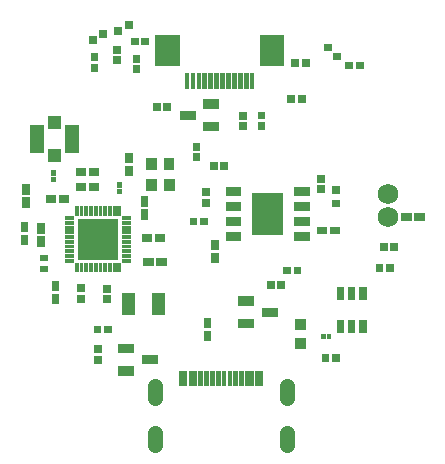
<source format=gbs>
G04 Layer: BottomSolderMaskLayer*
G04 EasyEDA v6.4.31, 2022-02-15 11:42:09*
G04 cf861d6554b0406c859822548a314204,c17a8ced473b4d519dda31697e0e54b6,10*
G04 Gerber Generator version 0.2*
G04 Scale: 100 percent, Rotated: No, Reflected: No *
G04 Dimensions in inches *
G04 leading zeros omitted , absolute positions ,3 integer and 6 decimal *
%FSLAX36Y36*%
%MOIN*%

%ADD82C,0.0512*%
%ADD102C,0.0680*%

%LPD*%
D82*
X788549Y-554225D02*
G01*
X788549Y-593595D01*
X788549Y-711705D02*
G01*
X788549Y-751075D01*
X346039Y-554225D02*
G01*
X346039Y-593595D01*
X346039Y-711705D02*
G01*
X346039Y-751075D01*
G36*
X238199Y-316799D02*
G01*
X238199Y-241999D01*
X281599Y-241999D01*
X281599Y-316799D01*
G37*
G36*
X336599Y-316799D02*
G01*
X336599Y-241999D01*
X380000Y-241999D01*
X380000Y-316799D01*
G37*
G36*
X223399Y-518800D02*
G01*
X223399Y-487199D01*
X276599Y-487199D01*
X276599Y-518800D01*
G37*
G36*
X223399Y-444000D02*
G01*
X223399Y-412399D01*
X276599Y-412399D01*
X276599Y-444000D01*
G37*
G36*
X302199Y-481399D02*
G01*
X302199Y-449800D01*
X355399Y-449800D01*
X355399Y-481399D01*
G37*
D102*
G01*
X1122299Y85000D03*
G01*
X1122299Y10000D03*
G36*
X126899Y587399D02*
G01*
X126899Y612600D01*
X153099Y612600D01*
X153099Y587399D01*
G37*
G36*
X161899Y607399D02*
G01*
X161899Y632600D01*
X188099Y632600D01*
X188099Y607399D01*
G37*
G36*
X246899Y637399D02*
G01*
X246899Y662600D01*
X273099Y662600D01*
X273099Y637399D01*
G37*
G36*
X211899Y617399D02*
G01*
X211899Y642600D01*
X238099Y642600D01*
X238099Y617399D01*
G37*
G36*
X301899Y582399D02*
G01*
X301899Y607600D01*
X328099Y607600D01*
X328099Y582399D01*
G37*
G36*
X266899Y582399D02*
G01*
X266899Y607600D01*
X293099Y607600D01*
X293099Y582399D01*
G37*
G36*
X1016899Y502399D02*
G01*
X1016899Y527600D01*
X1043099Y527600D01*
X1043099Y502399D01*
G37*
G36*
X981899Y502399D02*
G01*
X981899Y527600D01*
X1008099Y527600D01*
X1008099Y502399D01*
G37*
G36*
X941899Y532399D02*
G01*
X941899Y557600D01*
X968099Y557600D01*
X968099Y532399D01*
G37*
G36*
X911899Y562399D02*
G01*
X911899Y587600D01*
X938099Y587600D01*
X938099Y562399D01*
G37*
G36*
X936899Y87399D02*
G01*
X936899Y112600D01*
X963099Y112600D01*
X963099Y87399D01*
G37*
G36*
X936899Y42399D02*
G01*
X936899Y67600D01*
X963099Y67600D01*
X963099Y42399D01*
G37*
G36*
X318599Y167500D02*
G01*
X318599Y206799D01*
X353999Y206799D01*
X353999Y167500D01*
G37*
G36*
X376499Y167600D02*
G01*
X376499Y206900D01*
X411899Y206900D01*
X411899Y167600D01*
G37*
G36*
X377999Y95700D02*
G01*
X377999Y135000D01*
X413399Y135000D01*
X413399Y95700D01*
G37*
G36*
X317799Y95900D02*
G01*
X317799Y135300D01*
X353199Y135300D01*
X353199Y95900D01*
G37*
G36*
X1097099Y-102600D02*
G01*
X1097099Y-77399D01*
X1123399Y-77399D01*
X1123399Y-102600D01*
G37*
G36*
X1131199Y-102600D02*
G01*
X1131199Y-77399D01*
X1157500Y-77399D01*
X1157500Y-102600D01*
G37*
G36*
X887399Y123899D02*
G01*
X887399Y150199D01*
X912599Y150199D01*
X912599Y123899D01*
G37*
G36*
X887399Y89800D02*
G01*
X887399Y116100D01*
X912599Y116100D01*
X912599Y89800D01*
G37*
G36*
X299199Y300D02*
G01*
X299199Y35399D01*
X324399Y35399D01*
X324399Y300D01*
G37*
G36*
X299199Y43200D02*
G01*
X299199Y78299D01*
X324399Y78299D01*
X324399Y43200D01*
G37*
G36*
X508399Y370000D02*
G01*
X508399Y401599D01*
X561599Y401599D01*
X561599Y370000D01*
G37*
G36*
X508399Y295199D02*
G01*
X508399Y326799D01*
X561599Y326799D01*
X561599Y295199D01*
G37*
G36*
X429599Y332600D02*
G01*
X429599Y364200D01*
X482799Y364200D01*
X482799Y332600D01*
G37*
G36*
X471999Y230399D02*
G01*
X471999Y256700D01*
X497199Y256700D01*
X497199Y230399D01*
G37*
G36*
X471999Y196300D02*
G01*
X471999Y222600D01*
X497199Y222600D01*
X497199Y196300D01*
G37*
G36*
X529699Y167300D02*
G01*
X529699Y192500D01*
X555999Y192500D01*
X555999Y167300D01*
G37*
G36*
X563799Y167300D02*
G01*
X563799Y192500D01*
X590099Y192500D01*
X590099Y167300D01*
G37*
G36*
X87399Y-275199D02*
G01*
X87399Y-248899D01*
X112599Y-248899D01*
X112599Y-275199D01*
G37*
G36*
X87399Y-241100D02*
G01*
X87399Y-214800D01*
X112599Y-214800D01*
X112599Y-241100D01*
G37*
G36*
X175299Y-242500D02*
G01*
X175299Y-216199D01*
X200499Y-216199D01*
X200499Y-242500D01*
G37*
G36*
X175299Y-276599D02*
G01*
X175299Y-250300D01*
X200499Y-250300D01*
X200499Y-276599D01*
G37*
G36*
X822599Y391399D02*
G01*
X822599Y416599D01*
X848899Y416599D01*
X848899Y391399D01*
G37*
G36*
X788499Y391399D02*
G01*
X788499Y416599D01*
X814799Y416599D01*
X814799Y391399D01*
G37*
G36*
X899799Y-398400D02*
G01*
X899799Y-381599D01*
X915799Y-381599D01*
X915799Y-398400D01*
G37*
G36*
X918799Y-398400D02*
G01*
X918799Y-381599D01*
X934799Y-381599D01*
X934799Y-398400D01*
G37*
G36*
X446199Y437699D02*
G01*
X446199Y490900D01*
X461899Y490900D01*
X461899Y437699D01*
G37*
G36*
X465799Y437699D02*
G01*
X465799Y490900D01*
X481599Y490900D01*
X481599Y437699D01*
G37*
G36*
X485499Y437699D02*
G01*
X485499Y490900D01*
X501299Y490900D01*
X501299Y437699D01*
G37*
G36*
X505199Y437699D02*
G01*
X505199Y490900D01*
X520999Y490900D01*
X520999Y437699D01*
G37*
G36*
X524899Y437699D02*
G01*
X524899Y490900D01*
X540599Y490900D01*
X540599Y437699D01*
G37*
G36*
X544599Y437699D02*
G01*
X544599Y490900D01*
X560299Y490900D01*
X560299Y437699D01*
G37*
G36*
X564299Y437699D02*
G01*
X564299Y490900D01*
X580000Y490900D01*
X580000Y437699D01*
G37*
G36*
X583999Y437699D02*
G01*
X583999Y490900D01*
X599699Y490900D01*
X599699Y437699D01*
G37*
G36*
X603599Y437699D02*
G01*
X603599Y490900D01*
X619399Y490900D01*
X619399Y437699D01*
G37*
G36*
X623299Y437699D02*
G01*
X623299Y490900D01*
X639099Y490900D01*
X639099Y437699D01*
G37*
G36*
X642999Y437699D02*
G01*
X642999Y490900D01*
X658799Y490900D01*
X658799Y437699D01*
G37*
G36*
X662699Y437699D02*
G01*
X662699Y490900D01*
X678399Y490900D01*
X678399Y437699D01*
G37*
G36*
X346199Y514499D02*
G01*
X346199Y616900D01*
X428799Y616900D01*
X428799Y514499D01*
G37*
G36*
X695799Y514499D02*
G01*
X695799Y616900D01*
X778399Y616900D01*
X778399Y514499D01*
G37*
G36*
X534699Y-101100D02*
G01*
X534699Y-65999D01*
X559899Y-65999D01*
X559899Y-101100D01*
G37*
G36*
X534699Y-144000D02*
G01*
X534699Y-108899D01*
X559899Y-108899D01*
X559899Y-144000D01*
G37*
G36*
X509699Y-361100D02*
G01*
X509699Y-325999D01*
X534899Y-325999D01*
X534899Y-361100D01*
G37*
G36*
X509699Y-404000D02*
G01*
X509699Y-368899D01*
X534899Y-368899D01*
X534899Y-404000D01*
G37*
G36*
X83299Y97399D02*
G01*
X83299Y122600D01*
X118399Y122600D01*
X118399Y97399D01*
G37*
G36*
X126199Y97399D02*
G01*
X126199Y122600D01*
X161299Y122600D01*
X161299Y97399D01*
G37*
G36*
X-16700Y57399D02*
G01*
X-16700Y82600D01*
X18399Y82600D01*
X18399Y57399D01*
G37*
G36*
X26199Y57399D02*
G01*
X26199Y82600D01*
X61299Y82600D01*
X61299Y57399D01*
G37*
G36*
X-45300Y-46100D02*
G01*
X-45300Y-10999D01*
X-20100Y-10999D01*
X-20100Y-46100D01*
G37*
G36*
X-45300Y-89000D02*
G01*
X-45300Y-53899D01*
X-20100Y-53899D01*
X-20100Y-89000D01*
G37*
G36*
X247399Y145999D02*
G01*
X247399Y181100D01*
X272599Y181100D01*
X272599Y145999D01*
G37*
G36*
X247399Y188899D02*
G01*
X247399Y224000D01*
X272599Y224000D01*
X272599Y188899D01*
G37*
G36*
X2199Y-238099D02*
G01*
X2199Y-203000D01*
X27399Y-203000D01*
X27399Y-238099D01*
G37*
G36*
X2199Y-280999D02*
G01*
X2199Y-245900D01*
X27399Y-245900D01*
X27399Y-280999D01*
G37*
G36*
X928899Y-47600D02*
G01*
X928899Y-22399D01*
X963999Y-22399D01*
X963999Y-47600D01*
G37*
G36*
X885999Y-47600D02*
G01*
X885999Y-22399D01*
X921099Y-22399D01*
X921099Y-47600D01*
G37*
G36*
X1168299Y-2600D02*
G01*
X1168299Y22600D01*
X1203399Y22600D01*
X1203399Y-2600D01*
G37*
G36*
X1211199Y-2600D02*
G01*
X1211199Y22600D01*
X1246299Y22600D01*
X1246299Y-2600D01*
G37*
G36*
X303299Y-72600D02*
G01*
X303299Y-47399D01*
X338399Y-47399D01*
X338399Y-72600D01*
G37*
G36*
X346199Y-72600D02*
G01*
X346199Y-47399D01*
X381299Y-47399D01*
X381299Y-72600D01*
G37*
G36*
X308299Y-152600D02*
G01*
X308299Y-127399D01*
X343399Y-127399D01*
X343399Y-152600D01*
G37*
G36*
X351199Y-152600D02*
G01*
X351199Y-127399D01*
X386299Y-127399D01*
X386299Y-152600D01*
G37*
G36*
X720299Y-230300D02*
G01*
X720299Y-205100D01*
X746599Y-205100D01*
X746599Y-230300D01*
G37*
G36*
X754399Y-230300D02*
G01*
X754399Y-205100D01*
X780699Y-205100D01*
X780699Y-230300D01*
G37*
G36*
X218899Y85000D02*
G01*
X218899Y103499D01*
X235699Y103499D01*
X235699Y85000D01*
G37*
G36*
X218899Y106500D02*
G01*
X218899Y125000D01*
X235699Y125000D01*
X235699Y106500D01*
G37*
G36*
X936199Y-472600D02*
G01*
X936199Y-447399D01*
X962500Y-447399D01*
X962500Y-472600D01*
G37*
G36*
X902099Y-472600D02*
G01*
X902099Y-447399D01*
X928399Y-447399D01*
X928399Y-472600D01*
G37*
G36*
X-35500Y-172600D02*
G01*
X-35500Y-152800D01*
X-9900Y-152800D01*
X-9900Y-172600D01*
G37*
G36*
X-35500Y-137199D02*
G01*
X-35500Y-117399D01*
X-9900Y-117399D01*
X-9900Y-137199D01*
G37*
G36*
X814699Y-366300D02*
G01*
X814699Y-330799D01*
X850199Y-330799D01*
X850199Y-366300D01*
G37*
G36*
X814399Y-429200D02*
G01*
X814399Y-393699D01*
X849899Y-393699D01*
X849899Y-429200D01*
G37*
G36*
X624399Y-361399D02*
G01*
X624399Y-329800D01*
X677599Y-329800D01*
X677599Y-361399D01*
G37*
G36*
X624399Y-286599D02*
G01*
X624399Y-255000D01*
X677599Y-255000D01*
X677599Y-286599D01*
G37*
G36*
X703199Y-324000D02*
G01*
X703199Y-292399D01*
X756399Y-292399D01*
X756399Y-324000D01*
G37*
G36*
X808999Y-180399D02*
G01*
X808999Y-155199D01*
X835299Y-155199D01*
X835299Y-180399D01*
G37*
G36*
X774899Y-180399D02*
G01*
X774899Y-155199D01*
X801199Y-155199D01*
X801199Y-180399D01*
G37*
G36*
X462099Y-17600D02*
G01*
X462099Y7600D01*
X488399Y7600D01*
X488399Y-17600D01*
G37*
G36*
X496199Y-17600D02*
G01*
X496199Y7600D01*
X522500Y7600D01*
X522500Y-17600D01*
G37*
G36*
X504699Y78899D02*
G01*
X504699Y105199D01*
X529899Y105199D01*
X529899Y78899D01*
G37*
G36*
X504699Y44800D02*
G01*
X504699Y71100D01*
X529899Y71100D01*
X529899Y44800D01*
G37*
G36*
X1116199Y-172600D02*
G01*
X1116199Y-147399D01*
X1142500Y-147399D01*
X1142500Y-172600D01*
G37*
G36*
X1082099Y-172600D02*
G01*
X1082099Y-147399D01*
X1108399Y-147399D01*
X1108399Y-172600D01*
G37*
G36*
X47699Y224699D02*
G01*
X47699Y315300D01*
X95000Y315300D01*
X95000Y224699D01*
G37*
G36*
X-10400Y304400D02*
G01*
X-10400Y347800D01*
X35000Y347800D01*
X35000Y304400D01*
G37*
G36*
X-70400Y224699D02*
G01*
X-70400Y315300D01*
X-23100Y315300D01*
X-23100Y224699D01*
G37*
G36*
X-10400Y192199D02*
G01*
X-10400Y235599D01*
X35000Y235599D01*
X35000Y192199D01*
G37*
G36*
X236999Y-500D02*
G01*
X236999Y12300D01*
X267199Y12300D01*
X267199Y-500D01*
G37*
G36*
X236999Y-16300D02*
G01*
X236999Y-3499D01*
X267199Y-3499D01*
X267199Y-16300D01*
G37*
G36*
X236999Y-31999D02*
G01*
X236999Y-19200D01*
X267199Y-19200D01*
X267199Y-31999D01*
G37*
G36*
X236999Y-47800D02*
G01*
X236999Y-35000D01*
X267199Y-35000D01*
X267199Y-47800D01*
G37*
G36*
X236999Y-63499D02*
G01*
X236999Y-50700D01*
X267199Y-50700D01*
X267199Y-63499D01*
G37*
G36*
X236999Y-79299D02*
G01*
X236999Y-66500D01*
X267199Y-66500D01*
X267199Y-79299D01*
G37*
G36*
X236999Y-95000D02*
G01*
X236999Y-82199D01*
X267199Y-82199D01*
X267199Y-95000D01*
G37*
G36*
X236999Y-110799D02*
G01*
X236999Y-98000D01*
X267199Y-98000D01*
X267199Y-110799D01*
G37*
G36*
X236999Y-126500D02*
G01*
X236999Y-113699D01*
X267199Y-113699D01*
X267199Y-126500D01*
G37*
G36*
X236999Y-142300D02*
G01*
X236999Y-129499D01*
X267199Y-129499D01*
X267199Y-142300D01*
G37*
G36*
X221799Y-174899D02*
G01*
X221799Y-144699D01*
X234599Y-144699D01*
X234599Y-174899D01*
G37*
G36*
X205999Y-174899D02*
G01*
X205999Y-144699D01*
X218799Y-144699D01*
X218799Y-174899D01*
G37*
G36*
X190299Y-174899D02*
G01*
X190299Y-144699D01*
X203099Y-144699D01*
X203099Y-174899D01*
G37*
G36*
X174499Y-174899D02*
G01*
X174499Y-144699D01*
X187299Y-144699D01*
X187299Y-174899D01*
G37*
G36*
X158799Y-174899D02*
G01*
X158799Y-144699D01*
X171599Y-144699D01*
X171599Y-174899D01*
G37*
G36*
X142999Y-174899D02*
G01*
X142999Y-144699D01*
X155799Y-144699D01*
X155799Y-174899D01*
G37*
G36*
X127299Y-174899D02*
G01*
X127299Y-144699D01*
X140099Y-144699D01*
X140099Y-174899D01*
G37*
G36*
X111499Y-174899D02*
G01*
X111499Y-144699D01*
X124299Y-144699D01*
X124299Y-174899D01*
G37*
G36*
X95799Y-174899D02*
G01*
X95799Y-144699D01*
X108599Y-144699D01*
X108599Y-174899D01*
G37*
G36*
X80000Y-174899D02*
G01*
X80000Y-144699D01*
X92799Y-144699D01*
X92799Y-174899D01*
G37*
G36*
X47399Y-142300D02*
G01*
X47399Y-129499D01*
X77599Y-129499D01*
X77599Y-142300D01*
G37*
G36*
X47399Y-126500D02*
G01*
X47399Y-113699D01*
X77599Y-113699D01*
X77599Y-126500D01*
G37*
G36*
X47399Y-110799D02*
G01*
X47399Y-98000D01*
X77599Y-98000D01*
X77599Y-110799D01*
G37*
G36*
X47399Y-95000D02*
G01*
X47399Y-82199D01*
X77599Y-82199D01*
X77599Y-95000D01*
G37*
G36*
X47399Y-79299D02*
G01*
X47399Y-66500D01*
X77599Y-66500D01*
X77599Y-79299D01*
G37*
G36*
X47399Y-63499D02*
G01*
X47399Y-50700D01*
X77599Y-50700D01*
X77599Y-63499D01*
G37*
G36*
X47399Y-47800D02*
G01*
X47399Y-35000D01*
X77599Y-35000D01*
X77599Y-47800D01*
G37*
G36*
X47399Y-31999D02*
G01*
X47399Y-19200D01*
X77599Y-19200D01*
X77599Y-31999D01*
G37*
G36*
X47399Y-16300D02*
G01*
X47399Y-3499D01*
X77599Y-3499D01*
X77599Y-16300D01*
G37*
G36*
X47399Y-500D02*
G01*
X47399Y12300D01*
X77599Y12300D01*
X77599Y-500D01*
G37*
G36*
X80000Y14699D02*
G01*
X80000Y44899D01*
X92799Y44899D01*
X92799Y14699D01*
G37*
G36*
X95799Y14699D02*
G01*
X95799Y44899D01*
X108599Y44899D01*
X108599Y14699D01*
G37*
G36*
X111499Y14699D02*
G01*
X111499Y44899D01*
X124299Y44899D01*
X124299Y14699D01*
G37*
G36*
X127299Y14699D02*
G01*
X127299Y44899D01*
X140099Y44899D01*
X140099Y14699D01*
G37*
G36*
X142999Y14699D02*
G01*
X142999Y44899D01*
X155799Y44899D01*
X155799Y14699D01*
G37*
G36*
X158799Y14699D02*
G01*
X158799Y44899D01*
X171599Y44899D01*
X171599Y14699D01*
G37*
G36*
X174499Y14699D02*
G01*
X174499Y44899D01*
X187299Y44899D01*
X187299Y14699D01*
G37*
G36*
X190299Y14699D02*
G01*
X190299Y44899D01*
X203099Y44899D01*
X203099Y14699D01*
G37*
G36*
X205999Y14699D02*
G01*
X205999Y44899D01*
X218799Y44899D01*
X218799Y14699D01*
G37*
G36*
X221799Y14699D02*
G01*
X221799Y44899D01*
X234599Y44899D01*
X234599Y14699D01*
G37*
G36*
X89799Y-132500D02*
G01*
X89799Y2500D01*
X224799Y2500D01*
X224799Y-132500D01*
G37*
G36*
X1026899Y-266599D02*
G01*
X1026899Y-223200D01*
X1052500Y-223200D01*
X1052500Y-266599D01*
G37*
G36*
X989499Y-266599D02*
G01*
X989499Y-223200D01*
X1015099Y-223200D01*
X1015099Y-266599D01*
G37*
G36*
X952099Y-266599D02*
G01*
X952099Y-223200D01*
X977699Y-223200D01*
X977699Y-266599D01*
G37*
G36*
X952099Y-376799D02*
G01*
X952099Y-333400D01*
X977699Y-333400D01*
X977699Y-376799D01*
G37*
G36*
X989499Y-376799D02*
G01*
X989499Y-333400D01*
X1015099Y-333400D01*
X1015099Y-376799D01*
G37*
G36*
X1026899Y-376799D02*
G01*
X1026899Y-333400D01*
X1052500Y-333400D01*
X1052500Y-376799D01*
G37*
G36*
X83299Y147399D02*
G01*
X83299Y172600D01*
X118399Y172600D01*
X118399Y147399D01*
G37*
G36*
X126199Y147399D02*
G01*
X126199Y172600D01*
X161299Y172600D01*
X161299Y147399D01*
G37*
G36*
X-100300Y-41100D02*
G01*
X-100300Y-5999D01*
X-75100Y-5999D01*
X-75100Y-41100D01*
G37*
G36*
X-100300Y-84000D02*
G01*
X-100300Y-48899D01*
X-75100Y-48899D01*
X-75100Y-84000D01*
G37*
G36*
X-1100Y146500D02*
G01*
X-1100Y165000D01*
X15699Y165000D01*
X15699Y146500D01*
G37*
G36*
X-1100Y125000D02*
G01*
X-1100Y143499D01*
X15699Y143499D01*
X15699Y125000D01*
G37*
G36*
X582199Y-68800D02*
G01*
X582199Y-41199D01*
X633399Y-41199D01*
X633399Y-68800D01*
G37*
G36*
X582199Y-18800D02*
G01*
X582199Y8800D01*
X633399Y8800D01*
X633399Y-18800D01*
G37*
G36*
X582199Y31199D02*
G01*
X582199Y58800D01*
X633399Y58800D01*
X633399Y31199D01*
G37*
G36*
X582199Y81199D02*
G01*
X582199Y108800D01*
X633399Y108800D01*
X633399Y81199D01*
G37*
G36*
X811199Y81199D02*
G01*
X811199Y108800D01*
X862399Y108800D01*
X862399Y81199D01*
G37*
G36*
X811199Y31199D02*
G01*
X811199Y58800D01*
X862399Y58800D01*
X862399Y31199D01*
G37*
G36*
X811199Y-18800D02*
G01*
X811199Y8800D01*
X862399Y8800D01*
X862399Y-18800D01*
G37*
G36*
X811199Y-68800D02*
G01*
X811199Y-41199D01*
X862399Y-41199D01*
X862399Y-68800D01*
G37*
G36*
X671099Y-50900D02*
G01*
X671099Y90900D01*
X773499Y90900D01*
X773499Y-50900D01*
G37*
G36*
X801599Y511199D02*
G01*
X801599Y536399D01*
X827899Y536399D01*
X827899Y511199D01*
G37*
G36*
X835699Y511199D02*
G01*
X835699Y536399D01*
X861999Y536399D01*
X861999Y511199D01*
G37*
G36*
X659799Y-552300D02*
G01*
X659799Y-505000D01*
X675599Y-505000D01*
X675599Y-552300D01*
G37*
G36*
X647999Y-552300D02*
G01*
X647999Y-505000D01*
X663799Y-505000D01*
X663799Y-552300D01*
G37*
G36*
X628299Y-552300D02*
G01*
X628299Y-505000D01*
X644099Y-505000D01*
X644099Y-552300D01*
G37*
G36*
X608599Y-552300D02*
G01*
X608599Y-505000D01*
X624499Y-505000D01*
X624499Y-552300D01*
G37*
G36*
X588999Y-552300D02*
G01*
X588999Y-505000D01*
X604799Y-505000D01*
X604799Y-552300D01*
G37*
G36*
X569299Y-552300D02*
G01*
X569299Y-505000D01*
X585099Y-505000D01*
X585099Y-552300D01*
G37*
G36*
X549599Y-552300D02*
G01*
X549599Y-505000D01*
X565399Y-505000D01*
X565399Y-552300D01*
G37*
G36*
X529899Y-552300D02*
G01*
X529899Y-505000D01*
X545699Y-505000D01*
X545699Y-552300D01*
G37*
G36*
X510199Y-552300D02*
G01*
X510199Y-505000D01*
X525999Y-505000D01*
X525999Y-552300D01*
G37*
G36*
X490499Y-552300D02*
G01*
X490499Y-505000D01*
X506299Y-505000D01*
X506299Y-552300D01*
G37*
G36*
X470799Y-552300D02*
G01*
X470799Y-505000D01*
X486699Y-505000D01*
X486699Y-552300D01*
G37*
G36*
X458999Y-552300D02*
G01*
X458999Y-505000D01*
X474799Y-505000D01*
X474799Y-552300D01*
G37*
G36*
X679499Y-552300D02*
G01*
X679499Y-505000D01*
X695299Y-505000D01*
X695299Y-552300D01*
G37*
G36*
X691299Y-552300D02*
G01*
X691299Y-505000D01*
X707099Y-505000D01*
X707099Y-552300D01*
G37*
G36*
X439399Y-552300D02*
G01*
X439399Y-505000D01*
X455199Y-505000D01*
X455199Y-552300D01*
G37*
G36*
X427500Y-552300D02*
G01*
X427500Y-505000D01*
X443399Y-505000D01*
X443399Y-552300D01*
G37*
G36*
X132399Y494800D02*
G01*
X132399Y521100D01*
X157599Y521100D01*
X157599Y494800D01*
G37*
G36*
X132399Y528899D02*
G01*
X132399Y555199D01*
X157599Y555199D01*
X157599Y528899D01*
G37*
G36*
X272399Y489800D02*
G01*
X272399Y516100D01*
X297599Y516100D01*
X297599Y489800D01*
G37*
G36*
X272399Y523899D02*
G01*
X272399Y550199D01*
X297599Y550199D01*
X297599Y523899D01*
G37*
G36*
X207399Y519800D02*
G01*
X207399Y546100D01*
X232599Y546100D01*
X232599Y519800D01*
G37*
G36*
X207399Y553899D02*
G01*
X207399Y580199D01*
X232599Y580199D01*
X232599Y553899D01*
G37*
G36*
X-96000Y41100D02*
G01*
X-96000Y76199D01*
X-70800Y76199D01*
X-70800Y41100D01*
G37*
G36*
X-96000Y84000D02*
G01*
X-96000Y119099D01*
X-70800Y119099D01*
X-70800Y84000D01*
G37*
G36*
X689699Y334899D02*
G01*
X689699Y361199D01*
X714899Y361199D01*
X714899Y334899D01*
G37*
G36*
X689699Y300799D02*
G01*
X689699Y327100D01*
X714899Y327100D01*
X714899Y300799D01*
G37*
G36*
X628299Y333000D02*
G01*
X628299Y359299D01*
X653499Y359299D01*
X653499Y333000D01*
G37*
G36*
X628299Y298899D02*
G01*
X628299Y325199D01*
X653499Y325199D01*
X653499Y298899D01*
G37*
G36*
X373399Y363200D02*
G01*
X373399Y388400D01*
X399699Y388400D01*
X399699Y363200D01*
G37*
G36*
X339299Y363200D02*
G01*
X339299Y388400D01*
X365599Y388400D01*
X365599Y363200D01*
G37*
G36*
X142099Y-377100D02*
G01*
X142099Y-351900D01*
X168399Y-351900D01*
X168399Y-377100D01*
G37*
G36*
X176199Y-377100D02*
G01*
X176199Y-351900D01*
X202500Y-351900D01*
X202500Y-377100D01*
G37*
G36*
X144499Y-478600D02*
G01*
X144499Y-452300D01*
X169699Y-452300D01*
X169699Y-478600D01*
G37*
G36*
X144499Y-444499D02*
G01*
X144499Y-418200D01*
X169699Y-418200D01*
X169699Y-444499D01*
G37*
M02*

</source>
